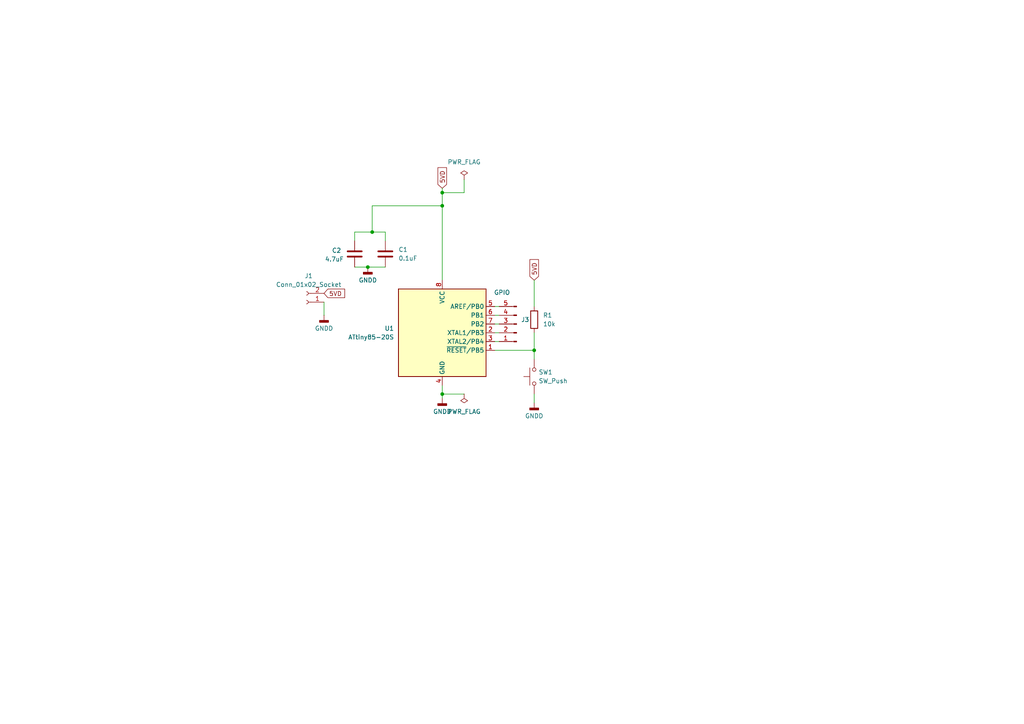
<source format=kicad_sch>
(kicad_sch (version 20250114) (generator "eeschema") (generator_version "9.0")
  (paper "A4")
  (lib_symbols
    (symbol "Connector:Conn_01x02_Socket" (pin_names (offset 1.016) (hide yes))
      (property "Reference" "J" (at 0 2.54 0))
      (property "Value" "Conn_01x02_Socket" (at 0 -5.08 0))
      (symbol "Conn_01x02_Socket_1_1"
        (polyline (pts (xy -1.27 0) (xy -0.508 0)) (stroke (width 0.1524)))
        (polyline (pts (xy -1.27 -2.54) (xy -0.508 -2.54)) (stroke (width 0.1524)))
        (arc (start 0 -0.508) (mid -0.5058 0) (end 0 0.508) (stroke (width 0.1524)))
        (arc (start 0 -3.048) (mid -0.5058 -2.54) (end 0 -2.032) (stroke (width 0.1524)))
        (pin passive line (at -5.08 0 0) (length 3.81) (name "Pin_1") (number "1"))
        (pin passive line (at -5.08 -2.54 0) (length 3.81) (name "Pin_2") (number "2"))
      )
    )
    (symbol "Connector:Conn_01x05_Pin" (pin_names (offset 1.016) (hide yes))
      (property "Reference" "J" (at 0 7.62 0))
      (property "Value" "Conn_01x05_Pin" (at 0 -7.62 0))
      (symbol "Conn_01x05_Pin_1_1"
        (rectangle (start 0.8636 5.207) (end 0 4.953) (stroke (width 0.1524)) (fill (type outline)))
        (rectangle (start 0.8636 2.667) (end 0 2.413) (stroke (width 0.1524)) (fill (type outline)))
        (rectangle (start 0.8636 0.127) (end 0 -0.127) (stroke (width 0.1524)) (fill (type outline)))
        (rectangle (start 0.8636 -2.413) (end 0 -2.667) (stroke (width 0.1524)) (fill (type outline)))
        (rectangle (start 0.8636 -4.953) (end 0 -5.207) (stroke (width 0.1524)) (fill (type outline)))
        (polyline (pts (xy 1.27 5.08) (xy 0.8636 5.08)) (stroke (width 0.1524)))
        (polyline (pts (xy 1.27 2.54) (xy 0.8636 2.54)) (stroke (width 0.1524)))
        (polyline (pts (xy 1.27 0) (xy 0.8636 0)) (stroke (width 0.1524)))
        (polyline (pts (xy 1.27 -2.54) (xy 0.8636 -2.54)) (stroke (width 0.1524)))
        (polyline (pts (xy 1.27 -5.08) (xy 0.8636 -5.08)) (stroke (width 0.1524)))
        (pin passive line (at 5.08 5.08 180) (length 3.81) (name "Pin_1") (number "1"))
        (pin passive line (at 5.08 2.54 180) (length 3.81) (name "Pin_2") (number "2"))
        (pin passive line (at 5.08 0 180) (length 3.81) (name "Pin_3") (number "3"))
        (pin passive line (at 5.08 -2.54 180) (length 3.81) (name "Pin_4") (number "4"))
        (pin passive line (at 5.08 -5.08 180) (length 3.81) (name "Pin_5") (number "5"))
      )
    )
    (symbol "Device:C" (pin_numbers (hide yes)) (pin_names (offset 0.254))
      (property "Reference" "C" (at 0.635 2.54 0))
      (property "Value" "C" (at 0.635 -2.54 0))
      (symbol "C_0_1"
        (polyline (pts (xy -2.032 0.762) (xy 2.032 0.762)) (stroke (width 0.508)))
        (polyline (pts (xy -2.032 -0.762) (xy 2.032 -0.762)) (stroke (width 0.508)))
      )
      (symbol "C_1_1"
        (pin passive line (at 0 3.81 270) (length 2.794) (name "~") (number "1"))
        (pin passive line (at 0 -3.81 90) (length 2.794) (name "~") (number "2"))
      )
    )
    (symbol "Device:R" (pin_numbers (hide yes)) (pin_names (offset 0))
      (property "Reference" "R" (at 2.032 0 90))
      (property "Value" "R" (at 0 0 90))
      (symbol "R_0_1"
        (rectangle (start -1.016 -2.54) (end 1.016 2.54) (stroke (width 0.254)))
      )
      (symbol "R_1_1"
        (pin passive line (at 0 3.81 270) (length 1.27) (name "~") (number "1"))
        (pin passive line (at 0 -3.81 90) (length 1.27) (name "~") (number "2"))
      )
    )
    (symbol "MCU_Microchip_ATtiny:ATtiny85-20S"
      (property "Reference" "U" (at -12.7 13.97 0))
      (property "Value" "ATtiny85-20S" (at 2.54 -13.97 0))
      (symbol "ATtiny85-20S_0_1"
        (rectangle (start -12.7 -12.7) (end 12.7 12.7) (stroke (width 0.254)) (fill (type background)))
      )
      (symbol "ATtiny85-20S_1_1"
        (pin power_in line (at 0 15.24 270) (length 2.54) (name "VCC") (number "8"))
        (pin power_in line (at 0 -15.24 90) (length 2.54) (name "GND") (number "4"))
        (pin bidirectional line (at 15.24 7.62 180) (length 2.54) (name "AREF/PB0") (number "5"))
        (pin bidirectional line (at 15.24 5.08 180) (length 2.54) (name "PB1") (number "6"))
        (pin bidirectional line (at 15.24 2.54 180) (length 2.54) (name "PB2") (number "7"))
        (pin bidirectional line (at 15.24 0 180) (length 2.54) (name "XTAL1/PB3") (number "2"))
        (pin bidirectional line (at 15.24 -2.54 180) (length 2.54) (name "XTAL2/PB4") (number "3"))
        (pin bidirectional line (at 15.24 -5.08 180) (length 2.54) (name "~{RESET}/PB5") (number "1"))
      )
    )
    (symbol "Switch:SW_Push" (pin_numbers (hide yes)) (pin_names (offset 1.016) (hide yes))
      (property "Reference" "SW" (at 1.27 2.54 0))
      (property "Value" "SW_Push" (at 0 -1.524 0))
      (symbol "SW_Push_0_1"
        (circle (center -2.032 0) (radius 0.508))
        (polyline (pts (xy 0 1.27) (xy 0 3.048)))
        (circle (center 2.032 0) (radius 0.508))
        (polyline (pts (xy 2.54 1.27) (xy -2.54 1.27)))
        (pin passive line (at -5.08 0 0) (length 2.54) (name "1") (number "1"))
        (pin passive line (at 5.08 0 180) (length 2.54) (name "2") (number "2"))
      )
    )
    (symbol "power:GNDD" (power) (pin_numbers (hide yes)) (pin_names (offset 0) (hide yes))
      (property "Value" "GNDD" (at 0 -3.175 0))
      (symbol "GNDD_0_1"
        (rectangle (start -1.27 -1.524) (end 1.27 -2.032) (stroke (width 0.254)) (fill (type outline)))
        (polyline (pts (xy 0 0) (xy 0 -1.524)))
      )
      (symbol "GNDD_1_1"
        (pin power_in line (at 0 0 270) (length 0) (name "~") (number "1"))
      )
    )
    (symbol "power:PWR_FLAG" (power) (pin_numbers (hide yes)) (pin_names (offset 0) (hide yes))
      (property "Value" "PWR_FLAG" (at 0 3.81 0))
      (symbol "PWR_FLAG_0_0"
        (pin power_out line (at 0 0 90) (length 0) (name "~") (number "1"))
      )
      (symbol "PWR_FLAG_0_1"
        (polyline (pts (xy 0 0) (xy 0 1.27) (xy -1.016 1.905) (xy 0 2.54) (xy 1.016 1.905) (xy 0 1.27)))
      )
    )
  )
  (junction (at 107.95 67.31))
  (junction (at 128.27 55.88))
  (junction (at 154.94 101.6))
  (junction (at 128.27 59.69))
  (junction (at 128.27 114.3))
  (junction (at 106.68 77.47))
  (wire (pts (xy 154.94 101.6) (xy 154.94 104.14)))
  (wire (pts (xy 128.27 59.69) (xy 128.27 81.28)))
  (wire (pts (xy 154.94 114.3) (xy 154.94 116.84)))
  (wire (pts (xy 107.95 59.69) (xy 107.95 67.31)))
  (wire (pts (xy 154.94 101.6) (xy 154.94 96.52)))
  (wire (pts (xy 128.27 114.3) (xy 128.27 115.57)))
  (wire (pts (xy 143.51 99.06) (xy 144.78 99.06)))
  (wire (pts (xy 134.62 114.3) (xy 128.27 114.3)))
  (wire (pts (xy 128.27 54.61) (xy 128.27 55.88)))
  (wire (pts (xy 143.51 88.9) (xy 144.78 88.9)))
  (wire (pts (xy 102.87 67.31) (xy 107.95 67.31)))
  (wire (pts (xy 143.51 96.52) (xy 144.78 96.52)))
  (wire (pts (xy 102.87 77.47) (xy 106.68 77.47)))
  (wire (pts (xy 154.94 81.28) (xy 154.94 88.9)))
  (wire (pts (xy 107.95 59.69) (xy 128.27 59.69)))
  (wire (pts (xy 106.68 77.47) (xy 111.76 77.47)))
  (wire (pts (xy 107.95 67.31) (xy 111.76 67.31)))
  (wire (pts (xy 128.27 111.76) (xy 128.27 114.3)))
  (wire (pts (xy 134.62 52.07) (xy 134.62 55.88)))
  (wire (pts (xy 102.87 69.85) (xy 102.87 67.31)))
  (wire (pts (xy 111.76 67.31) (xy 111.76 69.85)))
  (wire (pts (xy 93.98 87.63) (xy 93.98 91.44)))
  (wire (pts (xy 134.62 55.88) (xy 128.27 55.88)))
  (wire (pts (xy 143.51 91.44) (xy 144.78 91.44)))
  (wire (pts (xy 143.51 101.6) (xy 154.94 101.6)))
  (wire (pts (xy 128.27 55.88) (xy 128.27 59.69)))
  (wire (pts (xy 143.51 93.98) (xy 144.78 93.98)))
  (global_label "5VD" (shape input) (at 93.98 85.09 0) (property "Intersheetrefs" "${INTERSHEET_REFS}" (effects (hide yes))))
  (global_label "5VD" (shape input) (at 154.94 81.28 90) (property "Intersheetrefs" "${INTERSHEET_REFS}" (effects (hide yes))))
  (global_label "5VD" (shape input) (at 128.27 54.61 90) (property "Intersheetrefs" "${INTERSHEET_REFS}" (effects (hide yes))))
  (symbol (lib_id "power:GNDD") (at 106.68 77.47 0) (unit 1)
    (property "Reference" "#PWR03" (effects (hide yes)))
    (property "Value" "GNDD" (at 106.68 81.28 0))
    (property "Description" "Power symbol creates a global label with name \"GNDD\" , digital ground" (effects (hide yes)))
  )
  (symbol (lib_id "Device:C") (at 111.76 73.66 0) (unit 1)
    (property "Reference" "C1" (at 115.57 72.3899 0) (effects (justify left)))
    (property "Value" "0.1uF" (at 115.57 74.9299 0) (effects (justify left)))
    (property "Footprint" "Capacitor_SMD:C_0603_1608Metric" (effects (hide yes)))
    (property "Description" "Unpolarized capacitor" (effects (hide yes)))
  )
  (symbol (lib_id "power:GNDD") (at 128.27 115.57 0) (unit 1)
    (property "Reference" "#PWR01" (effects (hide yes)))
    (property "Value" "GNDD" (at 128.27 119.38 0))
    (property "Description" "Power symbol creates a global label with name \"GNDD\" , digital ground" (effects (hide yes)))
  )
  (symbol (lib_id "Connector:Conn_01x02_Socket") (at 88.9 87.63 180) (unit 1)
    (property "Reference" "J1" (at 89.535 80.01 0))
    (property "Value" "Conn_01x02_Socket" (at 89.535 82.55 0))
    (property "Footprint" "Connector_PinHeader_2.54mm:PinHeader_1x02_P2.54mm_Vertical" (effects (hide yes)))
    (property "Description" "Generic connector, single row, 01x02, script generated" (effects (hide yes)))
  )
  (symbol (lib_id "power:PWR_FLAG") (at 134.62 52.07 0) (unit 1)
    (property "Reference" "#FLG02" (effects (hide yes)))
    (property "Value" "PWR_FLAG" (at 134.62 46.99 0))
    (property "Description" "Special symbol for telling ERC where power comes from" (effects (hide yes)))
  )
  (symbol (lib_id "Connector:Conn_01x05_Pin") (at 149.86 93.98 180) (unit 1)
    (property "Reference" "J3" (at 151.13 92.7099 0) (effects (justify right)))
    (property "Value" "GPIO" (at 143.256 84.836 0) (effects (justify right)))
    (property "Footprint" "Connector_PinHeader_2.54mm:PinHeader_1x05_P2.54mm_Vertical" (effects (hide yes)))
    (property "Description" "Generic connector, single row, 01x05, script generated" (effects (hide yes)))
  )
  (symbol (lib_id "Device:R") (at 154.94 92.71 0) (unit 1)
    (property "Reference" "R1" (at 157.48 91.4399 0) (effects (justify left)))
    (property "Value" "10k" (at 157.48 93.9799 0) (effects (justify left)))
    (property "Footprint" "Resistor_SMD:R_0603_1608Metric" (effects (hide yes)))
    (property "Description" "Resistor" (effects (hide yes)))
  )
  (symbol (lib_id "power:GNDD") (at 93.98 91.44 0) (unit 1)
    (property "Reference" "#PWR02" (effects (hide yes)))
    (property "Value" "GNDD" (at 93.98 95.25 0))
    (property "Description" "Power symbol creates a global label with name \"GNDD\" , digital ground" (effects (hide yes)))
  )
  (symbol (lib_id "MCU_Microchip_ATtiny:ATtiny85-20S") (at 128.27 96.52 0) (unit 1)
    (property "Reference" "U1" (at 114.3 95.2499 0) (effects (justify right)))
    (property "Value" "ATtiny85-20S" (at 114.3 97.7899 0) (effects (justify right)))
    (property "Footprint" "Package_SO:SOIC-8_3.9x4.9mm_P1.27mm" (effects (hide yes)))
    (property "Datasheet" "http://ww1.microchip.com/downloads/en/DeviceDoc/atmel-2586-avr-8-bit-microcontroller-attiny25-attiny45-attiny85_datasheet.pdf" (effects (hide yes)))
    (property "Description" "20MHz, 8kB Flash, 512B SRAM, 512B EEPROM, debugWIRE, SOIC-8" (effects (hide yes)))
  )
  (symbol (lib_id "Device:C") (at 102.87 73.66 0) (unit 1)
    (property "Reference" "C2" (at 96.266 72.644 0) (effects (justify left)))
    (property "Value" "4.7uF" (at 94.234 75.184 0) (effects (justify left)))
    (property "Footprint" "Capacitor_SMD:C_0603_1608Metric" (effects (hide yes)))
    (property "Description" "Unpolarized capacitor" (effects (hide yes)))
  )
  (symbol (lib_id "power:GNDD") (at 154.94 116.84 0) (unit 1)
    (property "Reference" "#PWR04" (effects (hide yes)))
    (property "Value" "GNDD" (at 154.94 120.65 0))
    (property "Description" "Power symbol creates a global label with name \"GNDD\" , digital ground" (effects (hide yes)))
  )
  (symbol (lib_id "power:PWR_FLAG") (at 134.62 114.3 180) (unit 1)
    (property "Reference" "#FLG01" (effects (hide yes)))
    (property "Value" "PWR_FLAG" (at 134.62 119.38 0))
    (property "Description" "Special symbol for telling ERC where power comes from" (effects (hide yes)))
  )
  (symbol (lib_id "Switch:SW_Push") (at 154.94 109.22 90) (unit 1)
    (property "Reference" "SW1" (at 156.21 107.9499 90) (effects (justify right)))
    (property "Value" "SW_Push" (at 156.21 110.4899 90) (effects (justify right)))
    (property "Footprint" "Button_Switch_THT:SW_PUSH_6mm" (effects (hide yes)))
    (property "Description" "Push button switch, generic, two pins" (effects (hide yes)))
  )
)
</source>
